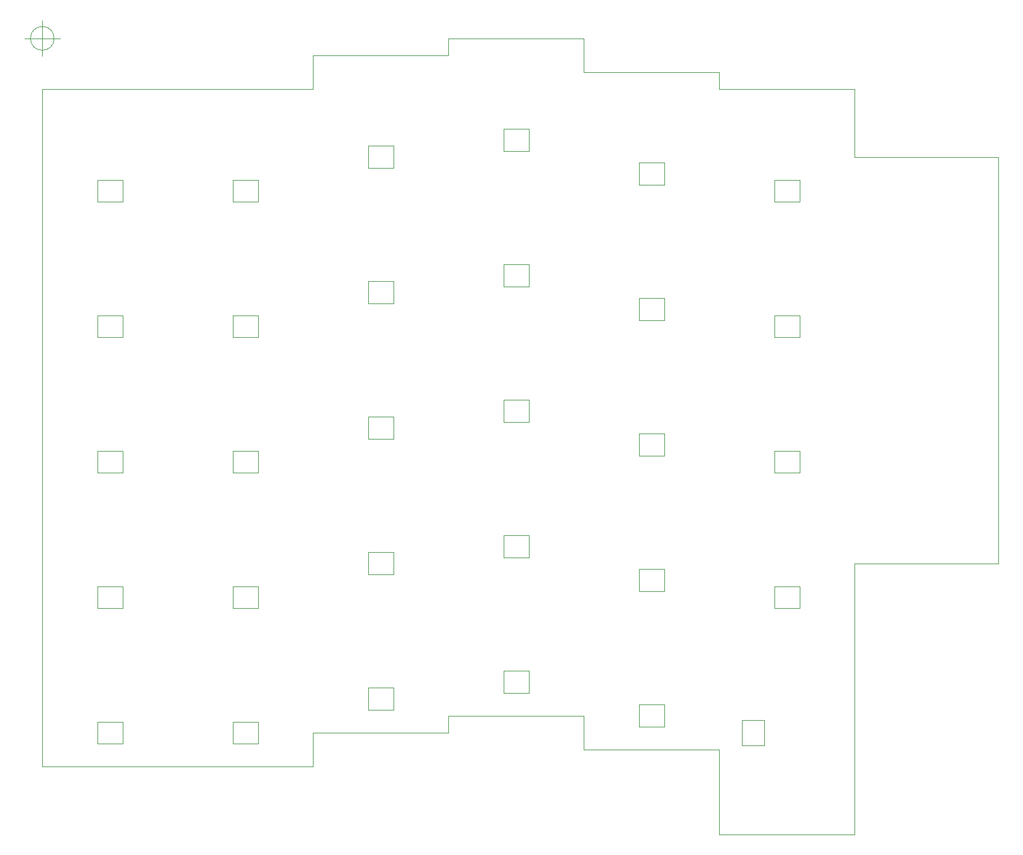
<source format=gbr>
%TF.GenerationSoftware,KiCad,Pcbnew,5.1.9-73d0e3b20d~88~ubuntu18.04.1*%
%TF.CreationDate,2021-03-13T15:22:26+09:00*%
%TF.ProjectId,swallowtail,7377616c-6c6f-4777-9461-696c2e6b6963,rev?*%
%TF.SameCoordinates,Original*%
%TF.FileFunction,Profile,NP*%
%FSLAX46Y46*%
G04 Gerber Fmt 4.6, Leading zero omitted, Abs format (unit mm)*
G04 Created by KiCad (PCBNEW 5.1.9-73d0e3b20d~88~ubuntu18.04.1) date 2021-03-13 15:22:26*
%MOMM*%
%LPD*%
G01*
G04 APERTURE LIST*
%TA.AperFunction,Profile*%
%ADD10C,0.050000*%
%TD*%
%TA.AperFunction,Profile*%
%ADD11C,0.100000*%
%TD*%
%TA.AperFunction,Profile*%
%ADD12C,0.120000*%
%TD*%
G04 APERTURE END LIST*
D10*
X36194936Y-44053310D02*
G75*
G03*
X36194936Y-44053310I-1666666J0D01*
G01*
X32028270Y-44053310D02*
X37028270Y-44053310D01*
X34528270Y-41553310D02*
X34528270Y-46553310D01*
D11*
X110728590Y-44053310D02*
X110728590Y-48815830D01*
X91678510Y-44053310D02*
X110728590Y-44053310D01*
X91678510Y-46434570D02*
X91678510Y-44053310D01*
X72628430Y-46434570D02*
X91678510Y-46434570D01*
X72628430Y-51197090D02*
X72628430Y-46434570D01*
X34528270Y-51197090D02*
X72628430Y-51197090D01*
X34528270Y-146447490D02*
X34528270Y-51197090D01*
X72628430Y-146447490D02*
X34528270Y-146447490D01*
X72628430Y-141684970D02*
X72628430Y-146447490D01*
X91678510Y-141684970D02*
X72628430Y-141684970D01*
X91678510Y-139303710D02*
X91678510Y-141684970D01*
X110728590Y-139303710D02*
X91678510Y-139303710D01*
X110728590Y-144066230D02*
X110728590Y-139303710D01*
X129778670Y-144066230D02*
X110728590Y-144066230D01*
X129778670Y-155972530D02*
X129778670Y-144066230D01*
X148828750Y-155972530D02*
X129778670Y-155972530D01*
X148828750Y-117872370D02*
X148828750Y-155972530D01*
X169069460Y-117872370D02*
X148828750Y-117872370D01*
X169069460Y-60722130D02*
X169069460Y-117872370D01*
X148828750Y-60722130D02*
X169069460Y-60722130D01*
X148828750Y-51197090D02*
X148828750Y-60722130D01*
X129778670Y-51197090D02*
X148828750Y-51197090D01*
X129778670Y-48815830D02*
X129778670Y-51197090D01*
X110728590Y-48815830D02*
X129778670Y-48815830D01*
D12*
%TO.C,LED1*%
X45853125Y-63934375D02*
X42253125Y-63934375D01*
X45853125Y-67034375D02*
X45853125Y-63934375D01*
X42253125Y-67034375D02*
X45853125Y-67034375D01*
X42253125Y-63934375D02*
X42253125Y-67034375D01*
X42253125Y-67034375D02*
X42253125Y-63934375D01*
X42253125Y-63934375D02*
X45853125Y-63934375D01*
X45853125Y-67034375D02*
X42253125Y-67034375D01*
X45853125Y-63934375D02*
X45853125Y-67034375D01*
%TO.C,LED2*%
X64903125Y-63934375D02*
X61303125Y-63934375D01*
X64903125Y-67034375D02*
X64903125Y-63934375D01*
X61303125Y-67034375D02*
X64903125Y-67034375D01*
X61303125Y-63934375D02*
X61303125Y-67034375D01*
X61303125Y-67034375D02*
X61303125Y-63934375D01*
X61303125Y-63934375D02*
X64903125Y-63934375D01*
X64903125Y-67034375D02*
X61303125Y-67034375D01*
X64903125Y-63934375D02*
X64903125Y-67034375D01*
%TO.C,LED3*%
X83953125Y-59171875D02*
X80353125Y-59171875D01*
X83953125Y-62271875D02*
X83953125Y-59171875D01*
X80353125Y-62271875D02*
X83953125Y-62271875D01*
X80353125Y-59171875D02*
X80353125Y-62271875D01*
X80353125Y-62271875D02*
X80353125Y-59171875D01*
X80353125Y-59171875D02*
X83953125Y-59171875D01*
X83953125Y-62271875D02*
X80353125Y-62271875D01*
X83953125Y-59171875D02*
X83953125Y-62271875D01*
%TO.C,LED4*%
X103003125Y-56790625D02*
X99403125Y-56790625D01*
X103003125Y-59890625D02*
X103003125Y-56790625D01*
X99403125Y-59890625D02*
X103003125Y-59890625D01*
X99403125Y-56790625D02*
X99403125Y-59890625D01*
X99403125Y-59890625D02*
X99403125Y-56790625D01*
X99403125Y-56790625D02*
X103003125Y-56790625D01*
X103003125Y-59890625D02*
X99403125Y-59890625D01*
X103003125Y-56790625D02*
X103003125Y-59890625D01*
%TO.C,LED5*%
X122053125Y-61553125D02*
X118453125Y-61553125D01*
X122053125Y-64653125D02*
X122053125Y-61553125D01*
X118453125Y-64653125D02*
X122053125Y-64653125D01*
X118453125Y-61553125D02*
X118453125Y-64653125D01*
X118453125Y-64653125D02*
X118453125Y-61553125D01*
X118453125Y-61553125D02*
X122053125Y-61553125D01*
X122053125Y-64653125D02*
X118453125Y-64653125D01*
X122053125Y-61553125D02*
X122053125Y-64653125D01*
%TO.C,LED6*%
X141103125Y-63934375D02*
X137503125Y-63934375D01*
X141103125Y-67034375D02*
X141103125Y-63934375D01*
X137503125Y-67034375D02*
X141103125Y-67034375D01*
X137503125Y-63934375D02*
X137503125Y-67034375D01*
X137503125Y-67034375D02*
X137503125Y-63934375D01*
X137503125Y-63934375D02*
X141103125Y-63934375D01*
X141103125Y-67034375D02*
X137503125Y-67034375D01*
X141103125Y-63934375D02*
X141103125Y-67034375D01*
%TO.C,LED7*%
X45853125Y-82984375D02*
X42253125Y-82984375D01*
X45853125Y-86084375D02*
X45853125Y-82984375D01*
X42253125Y-86084375D02*
X45853125Y-86084375D01*
X42253125Y-82984375D02*
X42253125Y-86084375D01*
X42253125Y-86084375D02*
X42253125Y-82984375D01*
X42253125Y-82984375D02*
X45853125Y-82984375D01*
X45853125Y-86084375D02*
X42253125Y-86084375D01*
X45853125Y-82984375D02*
X45853125Y-86084375D01*
%TO.C,LED8*%
X64903125Y-82984375D02*
X61303125Y-82984375D01*
X64903125Y-86084375D02*
X64903125Y-82984375D01*
X61303125Y-86084375D02*
X64903125Y-86084375D01*
X61303125Y-82984375D02*
X61303125Y-86084375D01*
X61303125Y-86084375D02*
X61303125Y-82984375D01*
X61303125Y-82984375D02*
X64903125Y-82984375D01*
X64903125Y-86084375D02*
X61303125Y-86084375D01*
X64903125Y-82984375D02*
X64903125Y-86084375D01*
%TO.C,LED9*%
X83953125Y-78221875D02*
X80353125Y-78221875D01*
X83953125Y-81321875D02*
X83953125Y-78221875D01*
X80353125Y-81321875D02*
X83953125Y-81321875D01*
X80353125Y-78221875D02*
X80353125Y-81321875D01*
X80353125Y-81321875D02*
X80353125Y-78221875D01*
X80353125Y-78221875D02*
X83953125Y-78221875D01*
X83953125Y-81321875D02*
X80353125Y-81321875D01*
X83953125Y-78221875D02*
X83953125Y-81321875D01*
%TO.C,LED10*%
X103003125Y-75840625D02*
X99403125Y-75840625D01*
X103003125Y-78940625D02*
X103003125Y-75840625D01*
X99403125Y-78940625D02*
X103003125Y-78940625D01*
X99403125Y-75840625D02*
X99403125Y-78940625D01*
X99403125Y-78940625D02*
X99403125Y-75840625D01*
X99403125Y-75840625D02*
X103003125Y-75840625D01*
X103003125Y-78940625D02*
X99403125Y-78940625D01*
X103003125Y-75840625D02*
X103003125Y-78940625D01*
%TO.C,LED11*%
X122053125Y-80603125D02*
X118453125Y-80603125D01*
X122053125Y-83703125D02*
X122053125Y-80603125D01*
X118453125Y-83703125D02*
X122053125Y-83703125D01*
X118453125Y-80603125D02*
X118453125Y-83703125D01*
X118453125Y-83703125D02*
X118453125Y-80603125D01*
X118453125Y-80603125D02*
X122053125Y-80603125D01*
X122053125Y-83703125D02*
X118453125Y-83703125D01*
X122053125Y-80603125D02*
X122053125Y-83703125D01*
%TO.C,LED12*%
X141103125Y-82984375D02*
X137503125Y-82984375D01*
X141103125Y-86084375D02*
X141103125Y-82984375D01*
X137503125Y-86084375D02*
X141103125Y-86084375D01*
X137503125Y-82984375D02*
X137503125Y-86084375D01*
X137503125Y-86084375D02*
X137503125Y-82984375D01*
X137503125Y-82984375D02*
X141103125Y-82984375D01*
X141103125Y-86084375D02*
X137503125Y-86084375D01*
X141103125Y-82984375D02*
X141103125Y-86084375D01*
%TO.C,LED13*%
X45853125Y-102034375D02*
X42253125Y-102034375D01*
X45853125Y-105134375D02*
X45853125Y-102034375D01*
X42253125Y-105134375D02*
X45853125Y-105134375D01*
X42253125Y-102034375D02*
X42253125Y-105134375D01*
X42253125Y-105134375D02*
X42253125Y-102034375D01*
X42253125Y-102034375D02*
X45853125Y-102034375D01*
X45853125Y-105134375D02*
X42253125Y-105134375D01*
X45853125Y-102034375D02*
X45853125Y-105134375D01*
%TO.C,LED14*%
X64903125Y-102034375D02*
X61303125Y-102034375D01*
X64903125Y-105134375D02*
X64903125Y-102034375D01*
X61303125Y-105134375D02*
X64903125Y-105134375D01*
X61303125Y-102034375D02*
X61303125Y-105134375D01*
X61303125Y-105134375D02*
X61303125Y-102034375D01*
X61303125Y-102034375D02*
X64903125Y-102034375D01*
X64903125Y-105134375D02*
X61303125Y-105134375D01*
X64903125Y-102034375D02*
X64903125Y-105134375D01*
%TO.C,LED15*%
X83953125Y-97271875D02*
X80353125Y-97271875D01*
X83953125Y-100371875D02*
X83953125Y-97271875D01*
X80353125Y-100371875D02*
X83953125Y-100371875D01*
X80353125Y-97271875D02*
X80353125Y-100371875D01*
X80353125Y-100371875D02*
X80353125Y-97271875D01*
X80353125Y-97271875D02*
X83953125Y-97271875D01*
X83953125Y-100371875D02*
X80353125Y-100371875D01*
X83953125Y-97271875D02*
X83953125Y-100371875D01*
%TO.C,LED16*%
X103003125Y-94890625D02*
X99403125Y-94890625D01*
X103003125Y-97990625D02*
X103003125Y-94890625D01*
X99403125Y-97990625D02*
X103003125Y-97990625D01*
X99403125Y-94890625D02*
X99403125Y-97990625D01*
X99403125Y-97990625D02*
X99403125Y-94890625D01*
X99403125Y-94890625D02*
X103003125Y-94890625D01*
X103003125Y-97990625D02*
X99403125Y-97990625D01*
X103003125Y-94890625D02*
X103003125Y-97990625D01*
%TO.C,LED17*%
X122053125Y-99653125D02*
X118453125Y-99653125D01*
X122053125Y-102753125D02*
X122053125Y-99653125D01*
X118453125Y-102753125D02*
X122053125Y-102753125D01*
X118453125Y-99653125D02*
X118453125Y-102753125D01*
X118453125Y-102753125D02*
X118453125Y-99653125D01*
X118453125Y-99653125D02*
X122053125Y-99653125D01*
X122053125Y-102753125D02*
X118453125Y-102753125D01*
X122053125Y-99653125D02*
X122053125Y-102753125D01*
%TO.C,LED18*%
X141103125Y-102034375D02*
X137503125Y-102034375D01*
X141103125Y-105134375D02*
X141103125Y-102034375D01*
X137503125Y-105134375D02*
X141103125Y-105134375D01*
X137503125Y-102034375D02*
X137503125Y-105134375D01*
X137503125Y-105134375D02*
X137503125Y-102034375D01*
X137503125Y-102034375D02*
X141103125Y-102034375D01*
X141103125Y-105134375D02*
X137503125Y-105134375D01*
X141103125Y-102034375D02*
X141103125Y-105134375D01*
%TO.C,LED19*%
X45853125Y-121084375D02*
X42253125Y-121084375D01*
X45853125Y-124184375D02*
X45853125Y-121084375D01*
X42253125Y-124184375D02*
X45853125Y-124184375D01*
X42253125Y-121084375D02*
X42253125Y-124184375D01*
X42253125Y-124184375D02*
X42253125Y-121084375D01*
X42253125Y-121084375D02*
X45853125Y-121084375D01*
X45853125Y-124184375D02*
X42253125Y-124184375D01*
X45853125Y-121084375D02*
X45853125Y-124184375D01*
%TO.C,LED20*%
X64903125Y-121084375D02*
X61303125Y-121084375D01*
X64903125Y-124184375D02*
X64903125Y-121084375D01*
X61303125Y-124184375D02*
X64903125Y-124184375D01*
X61303125Y-121084375D02*
X61303125Y-124184375D01*
X61303125Y-124184375D02*
X61303125Y-121084375D01*
X61303125Y-121084375D02*
X64903125Y-121084375D01*
X64903125Y-124184375D02*
X61303125Y-124184375D01*
X64903125Y-121084375D02*
X64903125Y-124184375D01*
%TO.C,LED21*%
X83953125Y-116321875D02*
X80353125Y-116321875D01*
X83953125Y-119421875D02*
X83953125Y-116321875D01*
X80353125Y-119421875D02*
X83953125Y-119421875D01*
X80353125Y-116321875D02*
X80353125Y-119421875D01*
X80353125Y-119421875D02*
X80353125Y-116321875D01*
X80353125Y-116321875D02*
X83953125Y-116321875D01*
X83953125Y-119421875D02*
X80353125Y-119421875D01*
X83953125Y-116321875D02*
X83953125Y-119421875D01*
%TO.C,LED22*%
X103003125Y-113940625D02*
X99403125Y-113940625D01*
X103003125Y-117040625D02*
X103003125Y-113940625D01*
X99403125Y-117040625D02*
X103003125Y-117040625D01*
X99403125Y-113940625D02*
X99403125Y-117040625D01*
X99403125Y-117040625D02*
X99403125Y-113940625D01*
X99403125Y-113940625D02*
X103003125Y-113940625D01*
X103003125Y-117040625D02*
X99403125Y-117040625D01*
X103003125Y-113940625D02*
X103003125Y-117040625D01*
%TO.C,LED23*%
X122053125Y-118703125D02*
X118453125Y-118703125D01*
X122053125Y-121803125D02*
X122053125Y-118703125D01*
X118453125Y-121803125D02*
X122053125Y-121803125D01*
X118453125Y-118703125D02*
X118453125Y-121803125D01*
X118453125Y-121803125D02*
X118453125Y-118703125D01*
X118453125Y-118703125D02*
X122053125Y-118703125D01*
X122053125Y-121803125D02*
X118453125Y-121803125D01*
X122053125Y-118703125D02*
X122053125Y-121803125D01*
%TO.C,LED24*%
X141103125Y-121084375D02*
X137503125Y-121084375D01*
X141103125Y-124184375D02*
X141103125Y-121084375D01*
X137503125Y-124184375D02*
X141103125Y-124184375D01*
X137503125Y-121084375D02*
X137503125Y-124184375D01*
X137503125Y-124184375D02*
X137503125Y-121084375D01*
X137503125Y-121084375D02*
X141103125Y-121084375D01*
X141103125Y-124184375D02*
X137503125Y-124184375D01*
X141103125Y-121084375D02*
X141103125Y-124184375D01*
%TO.C,LED25*%
X45853125Y-140134375D02*
X42253125Y-140134375D01*
X45853125Y-143234375D02*
X45853125Y-140134375D01*
X42253125Y-143234375D02*
X45853125Y-143234375D01*
X42253125Y-140134375D02*
X42253125Y-143234375D01*
X42253125Y-143234375D02*
X42253125Y-140134375D01*
X42253125Y-140134375D02*
X45853125Y-140134375D01*
X45853125Y-143234375D02*
X42253125Y-143234375D01*
X45853125Y-140134375D02*
X45853125Y-143234375D01*
%TO.C,LED26*%
X64903125Y-140134375D02*
X61303125Y-140134375D01*
X64903125Y-143234375D02*
X64903125Y-140134375D01*
X61303125Y-143234375D02*
X64903125Y-143234375D01*
X61303125Y-140134375D02*
X61303125Y-143234375D01*
X61303125Y-143234375D02*
X61303125Y-140134375D01*
X61303125Y-140134375D02*
X64903125Y-140134375D01*
X64903125Y-143234375D02*
X61303125Y-143234375D01*
X64903125Y-140134375D02*
X64903125Y-143234375D01*
%TO.C,LED27*%
X83953125Y-135371875D02*
X80353125Y-135371875D01*
X83953125Y-138471875D02*
X83953125Y-135371875D01*
X80353125Y-138471875D02*
X83953125Y-138471875D01*
X80353125Y-135371875D02*
X80353125Y-138471875D01*
X80353125Y-138471875D02*
X80353125Y-135371875D01*
X80353125Y-135371875D02*
X83953125Y-135371875D01*
X83953125Y-138471875D02*
X80353125Y-138471875D01*
X83953125Y-135371875D02*
X83953125Y-138471875D01*
%TO.C,LED28*%
X103003125Y-132990625D02*
X99403125Y-132990625D01*
X103003125Y-136090625D02*
X103003125Y-132990625D01*
X99403125Y-136090625D02*
X103003125Y-136090625D01*
X99403125Y-132990625D02*
X99403125Y-136090625D01*
X99403125Y-136090625D02*
X99403125Y-132990625D01*
X99403125Y-132990625D02*
X103003125Y-132990625D01*
X103003125Y-136090625D02*
X99403125Y-136090625D01*
X103003125Y-132990625D02*
X103003125Y-136090625D01*
%TO.C,LED29*%
X122053125Y-137753125D02*
X118453125Y-137753125D01*
X122053125Y-140853125D02*
X122053125Y-137753125D01*
X118453125Y-140853125D02*
X122053125Y-140853125D01*
X118453125Y-137753125D02*
X118453125Y-140853125D01*
X118453125Y-140853125D02*
X118453125Y-137753125D01*
X118453125Y-137753125D02*
X122053125Y-137753125D01*
X122053125Y-140853125D02*
X118453125Y-140853125D01*
X122053125Y-137753125D02*
X122053125Y-140853125D01*
%TO.C,LED30*%
X136090625Y-143484375D02*
X136090625Y-139884375D01*
X132990625Y-143484375D02*
X136090625Y-143484375D01*
X132990625Y-139884375D02*
X132990625Y-143484375D01*
X136090625Y-139884375D02*
X132990625Y-139884375D01*
X132990625Y-139884375D02*
X136090625Y-139884375D01*
X136090625Y-139884375D02*
X136090625Y-143484375D01*
X132990625Y-143484375D02*
X132990625Y-139884375D01*
X136090625Y-143484375D02*
X132990625Y-143484375D01*
%TD*%
M02*

</source>
